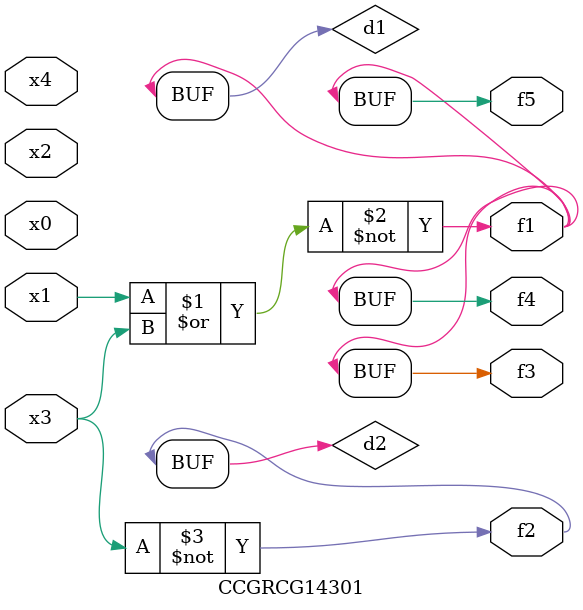
<source format=v>
module CCGRCG14301(
	input x0, x1, x2, x3, x4,
	output f1, f2, f3, f4, f5
);

	wire d1, d2;

	nor (d1, x1, x3);
	not (d2, x3);
	assign f1 = d1;
	assign f2 = d2;
	assign f3 = d1;
	assign f4 = d1;
	assign f5 = d1;
endmodule

</source>
